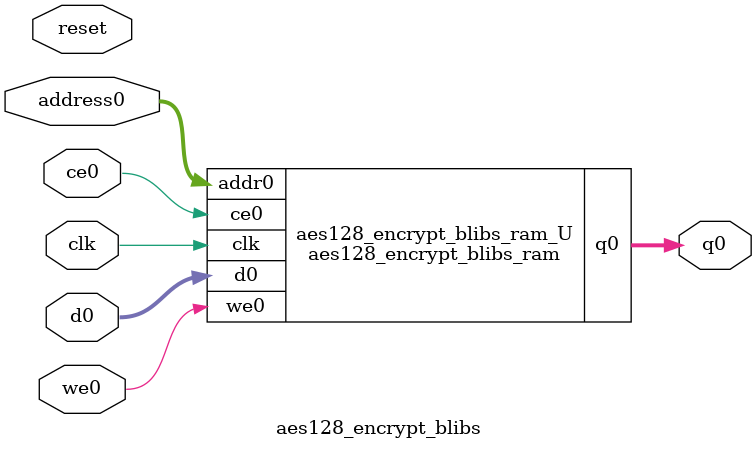
<source format=v>
`timescale 1 ns / 1 ps
module aes128_encrypt_blibs_ram (addr0, ce0, d0, we0, q0,  clk);

parameter DWIDTH = 8;
parameter AWIDTH = 8;
parameter MEM_SIZE = 176;

input[AWIDTH-1:0] addr0;
input ce0;
input[DWIDTH-1:0] d0;
input we0;
output reg[DWIDTH-1:0] q0;
input clk;

(* ram_style = "block" *)reg [DWIDTH-1:0] ram[0:MEM_SIZE-1];




always @(posedge clk)  
begin 
    if (ce0) 
    begin
        if (we0) 
        begin 
            ram[addr0] <= d0; 
        end 
        q0 <= ram[addr0];
    end
end


endmodule

`timescale 1 ns / 1 ps
module aes128_encrypt_blibs(
    reset,
    clk,
    address0,
    ce0,
    we0,
    d0,
    q0);

parameter DataWidth = 32'd8;
parameter AddressRange = 32'd176;
parameter AddressWidth = 32'd8;
input reset;
input clk;
input[AddressWidth - 1:0] address0;
input ce0;
input we0;
input[DataWidth - 1:0] d0;
output[DataWidth - 1:0] q0;



aes128_encrypt_blibs_ram aes128_encrypt_blibs_ram_U(
    .clk( clk ),
    .addr0( address0 ),
    .ce0( ce0 ),
    .we0( we0 ),
    .d0( d0 ),
    .q0( q0 ));

endmodule


</source>
